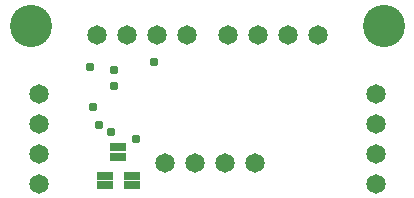
<source format=gts>
G75*
%MOIN*%
%OFA0B0*%
%FSLAX25Y25*%
%IPPOS*%
%LPD*%
%AMOC8*
5,1,8,0,0,1.08239X$1,22.5*
%
%ADD10C,0.14083*%
%ADD11C,0.06500*%
%ADD12R,0.05500X0.03000*%
%ADD13C,0.03078*%
D10*
X0011545Y0073579D03*
X0129045Y0073579D03*
D11*
X0014045Y0021079D03*
X0014045Y0031079D03*
X0014045Y0041079D03*
X0014045Y0051079D03*
X0033545Y0070579D03*
X0043545Y0070579D03*
X0053545Y0070579D03*
X0063545Y0070579D03*
X0077045Y0070579D03*
X0087045Y0070579D03*
X0097045Y0070579D03*
X0107045Y0070579D03*
X0126545Y0051079D03*
X0126545Y0041079D03*
X0126545Y0031079D03*
X0126545Y0021079D03*
X0086045Y0028079D03*
X0076045Y0028079D03*
X0066045Y0028079D03*
X0056045Y0028079D03*
D12*
X0045045Y0023679D03*
X0045045Y0020479D03*
X0036045Y0020479D03*
X0036045Y0023679D03*
X0040545Y0029979D03*
X0040545Y0033179D03*
D13*
X0046545Y0035802D03*
X0038045Y0038190D03*
X0034045Y0040579D03*
X0032045Y0046579D03*
X0039045Y0053579D03*
X0039045Y0059079D03*
X0031045Y0060079D03*
X0052485Y0061519D03*
M02*

</source>
